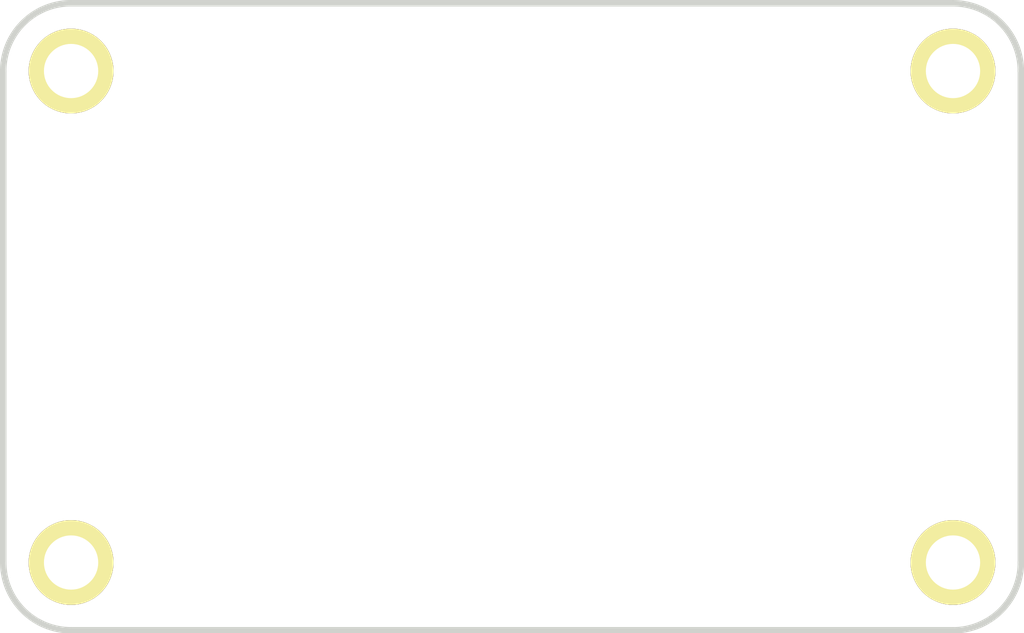
<source format=kicad_pcb>
(kicad_pcb (version 3) (host pcbnew "(2013-mar-13)-testing")

  (general
    (links 0)
    (no_connects 0)
    (area 0 0 0 0)
    (thickness 1.6)
    (drawings 0)
    (tracks 0)
    (zones 0)
    (modules 1)
    (nets 1)
  )

  (page A3)
  (layers
    (15 F.Cu signal)
    (0 B.Cu signal)
    (16 B.Adhes user)
    (17 F.Adhes user)
    (18 B.Paste user)
    (19 F.Paste user)
    (20 B.SilkS user)
    (21 F.SilkS user)
    (22 B.Mask user)
    (23 F.Mask user)
    (24 Dwgs.User user)
    (25 Cmts.User user)
    (26 Eco1.User user)
    (27 Eco2.User user)
    (28 Edge.Cuts user)
  )

  (setup
    (last_trace_width 0.254)
    (trace_clearance 0.254)
    (zone_clearance 0.508)
    (zone_45_only no)
    (trace_min 0.254)
    (segment_width 0.2)
    (edge_width 0.1)
    (via_size 0.889)
    (via_drill 0.635)
    (via_min_size 0.889)
    (via_min_drill 0.508)
    (uvia_size 0.508)
    (uvia_drill 0.127)
    (uvias_allowed no)
    (uvia_min_size 0.508)
    (uvia_min_drill 0.127)
    (pcb_text_width 0.3)
    (pcb_text_size 1.5 1.5)
    (mod_edge_width 0.15)
    (mod_text_size 1 1)
    (mod_text_width 0.15)
    (pad_size 1.5 1.5)
    (pad_drill 0.6)
    (pad_to_mask_clearance 0)
    (aux_axis_origin 0 0)
    (visible_elements FFFFFF7F)
    (pcbplotparams
      (layerselection 3178497)
      (usegerberextensions true)
      (excludeedgelayer true)
      (linewidth 152400)
      (plotframeref false)
      (viasonmask false)
      (mode 1)
      (useauxorigin false)
      (hpglpennumber 1)
      (hpglpenspeed 20)
      (hpglpendiameter 15)
      (hpglpenoverlay 2)
      (psnegative false)
      (psa4output false)
      (plotreference true)
      (plotvalue true)
      (plotothertext true)
      (plotinvisibletext false)
      (padsonsilk false)
      (subtractmaskfromsilk false)
      (outputformat 1)
      (mirror false)
      (drillshape 1)
      (scaleselection 1)
      (outputdirectory ""))
  )

  (net 0 "")

  (net_class Default "This is the default net class."
    (clearance 0.254)
    (trace_width 0.254)
    (via_dia 0.889)
    (via_drill 0.635)
    (uvia_dia 0.508)
    (uvia_drill 0.127)
    (add_net "")
  )

  (module DP6037 (layer F.Cu) (tedit 50C75FF4) (tstamp 5170F20B)
    (at 100.33 76.835)
    (path DP6037)
    (fp_text reference DP6037 (at -4.50088 -19.99996) (layer F.SilkS) hide
      (effects (font (thickness 0.3048)))
    )
    (fp_text value VAL** (at 3.50012 -19.99996) (layer F.SilkS) hide
      (effects (font (thickness 0.3048)))
    )
    (fp_line (start 21.00072 -0.50038) (end 21.00072 0.50038) (layer Dwgs.User) (width 0.09906))
    (fp_line (start 20.50034 0) (end 21.5011 0) (layer Dwgs.User) (width 0.09906))
    (fp_line (start 25.00122 0) (end 25.00122 8.99922) (layer Dwgs.User) (width 0.20066))
    (fp_line (start 25.00122 8.99922) (end 17.00022 8.99922) (layer Dwgs.User) (width 0.20066))
    (fp_line (start 17.00022 8.99922) (end 17.00022 -8.99922) (layer Dwgs.User) (width 0.20066))
    (fp_line (start 17.00022 -8.99922) (end 25.00122 -8.99922) (layer Dwgs.User) (width 0.20066))
    (fp_line (start 25.00122 -8.99922) (end 25.00122 0) (layer Dwgs.User) (width 0.20066))
    (fp_line (start -22.69998 16.79956) (end 22.69998 16.79956) (layer Dwgs.User) (width 0.20066))
    (fp_line (start -28.30068 -11.19886) (end -28.30068 11.19886) (layer Dwgs.User) (width 0.20066))
    (fp_line (start 22.69998 -16.79956) (end -22.69998 -16.79956) (layer Dwgs.User) (width 0.20066))
    (fp_line (start 28.30068 11.19886) (end 28.30068 -11.2014) (layer Dwgs.User) (width 0.20066))
    (fp_arc (start 25.99944 14.50086) (end 29.99994 14.50086) (angle 90) (layer Edge.Cuts) (width 0.381))
    (fp_arc (start -25.99944 14.50086) (end -25.99944 18.49882) (angle 90) (layer Edge.Cuts) (width 0.381))
    (fp_arc (start -25.99944 -14.50086) (end -29.99994 -14.50086) (angle 90) (layer Edge.Cuts) (width 0.381))
    (fp_arc (start 25.99944 -14.50086) (end 25.99944 -18.49882) (angle 90) (layer Edge.Cuts) (width 0.381))
    (fp_line (start -29.99994 -14.50086) (end -29.99994 14.50086) (layer Edge.Cuts) (width 0.381))
    (fp_line (start 29.99994 14.50086) (end 29.99994 -14.50086) (layer Edge.Cuts) (width 0.381))
    (fp_line (start -25.99944 18.49882) (end 25.99944 18.49882) (layer Edge.Cuts) (width 0.381))
    (fp_line (start -25.99944 -18.49882) (end 25.99944 -18.49882) (layer Edge.Cuts) (width 0.381))
    (pad 1 thru_hole circle (at -25.99944 -14.50086) (size 5.00126 5.00126) (drill 3.2004)
      (layers *.Cu *.Mask F.SilkS)
      (clearance 1.39954)
    )
    (pad 2 thru_hole circle (at 25.99944 -14.50086) (size 5.00126 5.00126) (drill 3.2004)
      (layers *.Cu *.Mask F.SilkS)
      (clearance 1.39954)
    )
    (pad 3 thru_hole circle (at 25.99944 14.50086) (size 5.00126 5.00126) (drill 3.2004)
      (layers *.Cu *.Mask F.SilkS)
      (clearance 1.39954)
    )
    (pad 4 thru_hole circle (at -25.99944 14.50086) (size 5.00126 5.00126) (drill 3.2004)
      (layers *.Cu *.Mask F.SilkS)
      (clearance 1.39954)
    )
  )

)

</source>
